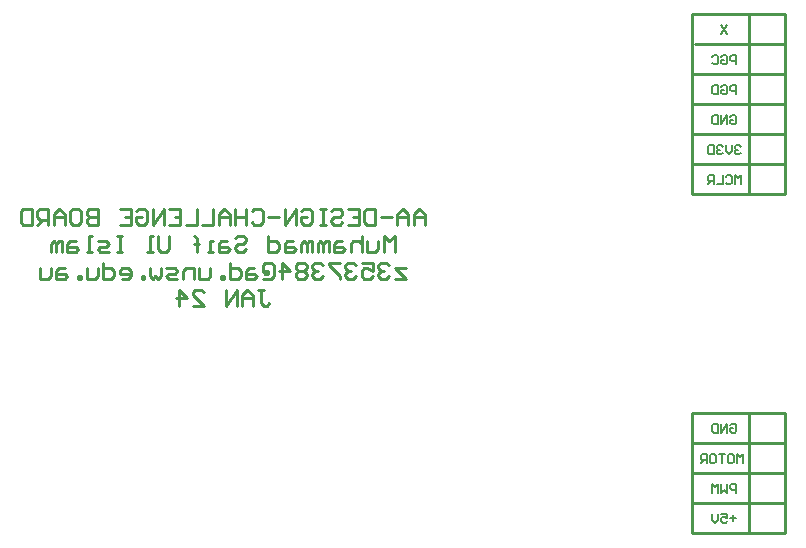
<source format=gbo>
G04*
G04 #@! TF.GenerationSoftware,Altium Limited,Altium Designer,24.1.2 (44)*
G04*
G04 Layer_Color=32896*
%FSLAX44Y44*%
%MOMM*%
G71*
G04*
G04 #@! TF.SameCoordinates,BB806972-894B-4990-B732-A97902CF1386*
G04*
G04*
G04 #@! TF.FilePolarity,Positive*
G04*
G01*
G75*
%ADD14C,0.2540*%
%ADD18C,0.2032*%
D14*
X907516Y231816D02*
X986256D01*
X907500Y206416D02*
X986256D01*
X907500Y181016D02*
X986256D01*
X955776Y130000D02*
Y231816D01*
X907516Y130216D02*
X986256D01*
Y130000D02*
Y231816D01*
X907516Y155616D02*
X986256D01*
X907516Y130000D02*
Y231816D01*
Y417116D02*
Y569516D01*
Y493316D02*
X986256D01*
Y417116D02*
Y569516D01*
X907516Y417116D02*
X986256D01*
X907516Y442516D02*
X986256D01*
X907516Y467916D02*
X986256D01*
X955776Y417500D02*
Y569516D01*
X907500Y518716D02*
X986256D01*
X910056Y544116D02*
X986256D01*
X907516Y569516D02*
X986256D01*
X681077Y390994D02*
Y400305D01*
X676422Y404960D01*
X671767Y400305D01*
Y390994D01*
Y397977D01*
X681077D01*
X667112Y390994D02*
Y400305D01*
X662457Y404960D01*
X657801Y400305D01*
Y390994D01*
Y397977D01*
X667112D01*
X653146D02*
X643836D01*
X639181Y404960D02*
Y390994D01*
X632198D01*
X629870Y393322D01*
Y402632D01*
X632198Y404960D01*
X639181D01*
X615905D02*
X625215D01*
Y390994D01*
X615905D01*
X625215Y397977D02*
X620560D01*
X601939Y402632D02*
X604267Y404960D01*
X608922D01*
X611250Y402632D01*
Y400305D01*
X608922Y397977D01*
X604267D01*
X601939Y395650D01*
Y393322D01*
X604267Y390994D01*
X608922D01*
X611250Y393322D01*
X597284Y404960D02*
X592629D01*
X594957D01*
Y390994D01*
X597284D01*
X592629D01*
X576336Y402632D02*
X578664Y404960D01*
X583319D01*
X585646Y402632D01*
Y393322D01*
X583319Y390994D01*
X578664D01*
X576336Y393322D01*
Y397977D01*
X580991D01*
X571681Y390994D02*
Y404960D01*
X562370Y390994D01*
Y404960D01*
X557715Y397977D02*
X548405D01*
X534440Y402632D02*
X536767Y404960D01*
X541422D01*
X543750Y402632D01*
Y393322D01*
X541422Y390994D01*
X536767D01*
X534440Y393322D01*
X529784Y404960D02*
Y390994D01*
Y397977D01*
X520474D01*
Y404960D01*
Y390994D01*
X515819D02*
Y400305D01*
X511164Y404960D01*
X506509Y400305D01*
Y390994D01*
Y397977D01*
X515819D01*
X501853Y404960D02*
Y390994D01*
X492543D01*
X487888Y404960D02*
Y390994D01*
X478578D01*
X464612Y404960D02*
X473923D01*
Y390994D01*
X464612D01*
X473923Y397977D02*
X469267D01*
X459957Y390994D02*
Y404960D01*
X450647Y390994D01*
Y404960D01*
X436681Y402632D02*
X439009Y404960D01*
X443664D01*
X445992Y402632D01*
Y393322D01*
X443664Y390994D01*
X439009D01*
X436681Y393322D01*
Y397977D01*
X441336D01*
X422716Y404960D02*
X432026D01*
Y390994D01*
X422716D01*
X432026Y397977D02*
X427371D01*
X404095Y404960D02*
Y390994D01*
X397112D01*
X394785Y393322D01*
Y395650D01*
X397112Y397977D01*
X404095D01*
X397112D01*
X394785Y400305D01*
Y402632D01*
X397112Y404960D01*
X404095D01*
X383147D02*
X387802D01*
X390130Y402632D01*
Y393322D01*
X387802Y390994D01*
X383147D01*
X380819Y393322D01*
Y402632D01*
X383147Y404960D01*
X376164Y390994D02*
Y400305D01*
X371509Y404960D01*
X366854Y400305D01*
Y390994D01*
Y397977D01*
X376164D01*
X362199Y390994D02*
Y404960D01*
X355216D01*
X352888Y402632D01*
Y397977D01*
X355216Y395650D01*
X362199D01*
X357543D02*
X352888Y390994D01*
X348233Y404960D02*
Y390994D01*
X341250D01*
X338923Y393322D01*
Y402632D01*
X341250Y404960D01*
X348233D01*
X655474Y368140D02*
Y382105D01*
X650819Y377450D01*
X646163Y382105D01*
Y368140D01*
X641508Y377450D02*
Y370467D01*
X639181Y368140D01*
X632198D01*
Y377450D01*
X627543Y382105D02*
Y368140D01*
Y375123D01*
X625215Y377450D01*
X620560D01*
X618232Y375123D01*
Y368140D01*
X611250Y377450D02*
X606595D01*
X604267Y375123D01*
Y368140D01*
X611250D01*
X613577Y370467D01*
X611250Y372795D01*
X604267D01*
X599612Y368140D02*
Y377450D01*
X597284D01*
X594957Y375123D01*
Y368140D01*
Y375123D01*
X592629Y377450D01*
X590302Y375123D01*
Y368140D01*
X585646D02*
Y377450D01*
X583319D01*
X580991Y375123D01*
Y368140D01*
Y375123D01*
X578664Y377450D01*
X576336Y375123D01*
Y368140D01*
X569353Y377450D02*
X564698D01*
X562370Y375123D01*
Y368140D01*
X569353D01*
X571681Y370467D01*
X569353Y372795D01*
X562370D01*
X548405Y382105D02*
Y368140D01*
X555388D01*
X557715Y370467D01*
Y375123D01*
X555388Y377450D01*
X548405D01*
X520474Y379778D02*
X522802Y382105D01*
X527457D01*
X529784Y379778D01*
Y377450D01*
X527457Y375123D01*
X522802D01*
X520474Y372795D01*
Y370467D01*
X522802Y368140D01*
X527457D01*
X529784Y370467D01*
X513491Y377450D02*
X508836D01*
X506509Y375123D01*
Y368140D01*
X513491D01*
X515819Y370467D01*
X513491Y372795D01*
X506509D01*
X501853Y368140D02*
X497198D01*
X499526D01*
Y377450D01*
X501853D01*
X487888Y368140D02*
Y379778D01*
Y375123D01*
X490216D01*
X485560D01*
X487888D01*
Y379778D01*
X485560Y382105D01*
X464612D02*
Y370467D01*
X462285Y368140D01*
X457629D01*
X455302Y370467D01*
Y382105D01*
X450647Y368140D02*
X445992D01*
X448319D01*
Y382105D01*
X450647D01*
X425043D02*
X420388D01*
X422716D01*
Y368140D01*
X425043D01*
X420388D01*
X413405D02*
X406423D01*
X404095Y370467D01*
X406423Y372795D01*
X411078D01*
X413405Y375123D01*
X411078Y377450D01*
X404095D01*
X399440Y368140D02*
X394785D01*
X397112D01*
Y382105D01*
X399440D01*
X385475Y377450D02*
X380819D01*
X378492Y375123D01*
Y368140D01*
X385475D01*
X387802Y370467D01*
X385475Y372795D01*
X378492D01*
X373837Y368140D02*
Y377450D01*
X371509D01*
X369181Y375123D01*
Y368140D01*
Y375123D01*
X366854Y377450D01*
X364526Y375123D01*
Y368140D01*
X664784Y354596D02*
X655474D01*
X664784Y345285D01*
X655474D01*
X650819Y356923D02*
X648491Y359251D01*
X643836D01*
X641508Y356923D01*
Y354596D01*
X643836Y352268D01*
X646163D01*
X643836D01*
X641508Y349940D01*
Y347613D01*
X643836Y345285D01*
X648491D01*
X650819Y347613D01*
X627543Y359251D02*
X636853D01*
Y352268D01*
X632198Y354596D01*
X629870D01*
X627543Y352268D01*
Y347613D01*
X629870Y345285D01*
X634525D01*
X636853Y347613D01*
X622888Y356923D02*
X620560Y359251D01*
X615905D01*
X613577Y356923D01*
Y354596D01*
X615905Y352268D01*
X618232D01*
X615905D01*
X613577Y349940D01*
Y347613D01*
X615905Y345285D01*
X620560D01*
X622888Y347613D01*
X608922Y359251D02*
X599612D01*
Y356923D01*
X608922Y347613D01*
Y345285D01*
X594957Y356923D02*
X592629Y359251D01*
X587974D01*
X585646Y356923D01*
Y354596D01*
X587974Y352268D01*
X590302D01*
X587974D01*
X585646Y349940D01*
Y347613D01*
X587974Y345285D01*
X592629D01*
X594957Y347613D01*
X580991Y356923D02*
X578664Y359251D01*
X574008D01*
X571681Y356923D01*
Y354596D01*
X574008Y352268D01*
X571681Y349940D01*
Y347613D01*
X574008Y345285D01*
X578664D01*
X580991Y347613D01*
Y349940D01*
X578664Y352268D01*
X580991Y354596D01*
Y356923D01*
X578664Y352268D02*
X574008D01*
X560043Y345285D02*
Y359251D01*
X567026Y352268D01*
X557715D01*
X546077Y349940D02*
Y352268D01*
X548405D01*
Y349940D01*
X546077D01*
X543750Y352268D01*
Y356923D01*
X546077Y359251D01*
X550733D01*
X553060Y356923D01*
Y347613D01*
X550733Y345285D01*
X543750D01*
X536767Y354596D02*
X532112D01*
X529784Y352268D01*
Y345285D01*
X536767D01*
X539095Y347613D01*
X536767Y349940D01*
X529784D01*
X515819Y359251D02*
Y345285D01*
X522802D01*
X525129Y347613D01*
Y352268D01*
X522802Y354596D01*
X515819D01*
X511164Y345285D02*
Y347613D01*
X508836D01*
Y345285D01*
X511164D01*
X499526Y354596D02*
Y347613D01*
X497198Y345285D01*
X490216D01*
Y354596D01*
X485560Y345285D02*
Y354596D01*
X478578D01*
X476250Y352268D01*
Y345285D01*
X471595D02*
X464612D01*
X462285Y347613D01*
X464612Y349940D01*
X469267D01*
X471595Y352268D01*
X469267Y354596D01*
X462285D01*
X457629D02*
Y347613D01*
X455302Y345285D01*
X452974Y347613D01*
X450647Y345285D01*
X448319Y347613D01*
Y354596D01*
X443664Y345285D02*
Y347613D01*
X441336D01*
Y345285D01*
X443664D01*
X425043D02*
X429698D01*
X432026Y347613D01*
Y352268D01*
X429698Y354596D01*
X425043D01*
X422716Y352268D01*
Y349940D01*
X432026D01*
X408750Y359251D02*
Y345285D01*
X415733D01*
X418061Y347613D01*
Y352268D01*
X415733Y354596D01*
X408750D01*
X404095D02*
Y347613D01*
X401768Y345285D01*
X394785D01*
Y354596D01*
X390130Y345285D02*
Y347613D01*
X387802D01*
Y345285D01*
X390130D01*
X376164Y354596D02*
X371509D01*
X369181Y352268D01*
Y345285D01*
X376164D01*
X378492Y347613D01*
X376164Y349940D01*
X369181D01*
X364526Y354596D02*
Y347613D01*
X362199Y345285D01*
X355216D01*
Y354596D01*
X540258Y336396D02*
X544914D01*
X542586D01*
Y324758D01*
X544914Y322431D01*
X547241D01*
X549569Y324758D01*
X535603Y322431D02*
Y331741D01*
X530948Y336396D01*
X526293Y331741D01*
Y322431D01*
Y329414D01*
X535603D01*
X521638Y322431D02*
Y336396D01*
X512328Y322431D01*
Y336396D01*
X484397Y322431D02*
X493707D01*
X484397Y331741D01*
Y334069D01*
X486724Y336396D01*
X491379D01*
X493707Y334069D01*
X472759Y322431D02*
Y336396D01*
X479742Y329414D01*
X470431D01*
D18*
X939518Y221400D02*
X940788Y222670D01*
X943327D01*
X944597Y221400D01*
Y216322D01*
X943327Y215052D01*
X940788D01*
X939518Y216322D01*
Y218861D01*
X942057D01*
X936979Y215052D02*
Y222670D01*
X931901Y215052D01*
Y222670D01*
X929362D02*
Y215052D01*
X925553D01*
X924283Y216322D01*
Y221400D01*
X925553Y222670D01*
X929362D01*
X950274Y189532D02*
Y197150D01*
X947735Y194610D01*
X945196Y197150D01*
Y189532D01*
X938848Y197150D02*
X941387D01*
X942657Y195880D01*
Y190802D01*
X941387Y189532D01*
X938848D01*
X937578Y190802D01*
Y195880D01*
X938848Y197150D01*
X935039D02*
X929961D01*
X932500D01*
Y189532D01*
X923613Y197150D02*
X926152D01*
X927422Y195880D01*
Y190802D01*
X926152Y189532D01*
X923613D01*
X922343Y190802D01*
Y195880D01*
X923613Y197150D01*
X919804Y189532D02*
Y197150D01*
X915995D01*
X914726Y195880D01*
Y193341D01*
X915995Y192071D01*
X919804D01*
X917265D02*
X914726Y189532D01*
X944597Y164252D02*
Y171870D01*
X940788D01*
X939518Y170600D01*
Y168061D01*
X940788Y166791D01*
X944597D01*
X936979Y171870D02*
Y164252D01*
X934440Y166791D01*
X931901Y164252D01*
Y171870D01*
X929362Y164252D02*
Y171870D01*
X926822Y169330D01*
X924283Y171870D01*
Y164252D01*
X944597Y142661D02*
X939518D01*
X942057Y145200D02*
Y140122D01*
X931901Y146469D02*
X936979D01*
Y142661D01*
X934440Y143930D01*
X933170D01*
X931901Y142661D01*
Y140122D01*
X933170Y138852D01*
X935710D01*
X936979Y140122D01*
X929362Y146469D02*
Y141391D01*
X926822Y138852D01*
X924283Y141391D01*
Y146469D01*
X948406Y425752D02*
Y433369D01*
X945866Y430830D01*
X943327Y433369D01*
Y425752D01*
X935710Y432100D02*
X936979Y433369D01*
X939518D01*
X940788Y432100D01*
Y427022D01*
X939518Y425752D01*
X936979D01*
X935710Y427022D01*
X933170Y433369D02*
Y425752D01*
X928092D01*
X925553D02*
Y433369D01*
X921744D01*
X920474Y432100D01*
Y429561D01*
X921744Y428291D01*
X925553D01*
X923014D02*
X920474Y425752D01*
X948406Y457500D02*
X947136Y458769D01*
X944597D01*
X943327Y457500D01*
Y456230D01*
X944597Y454961D01*
X945866D01*
X944597D01*
X943327Y453691D01*
Y452422D01*
X944597Y451152D01*
X947136D01*
X948406Y452422D01*
X940788Y458769D02*
Y453691D01*
X938249Y451152D01*
X935710Y453691D01*
Y458769D01*
X933170Y457500D02*
X931901Y458769D01*
X929362D01*
X928092Y457500D01*
Y456230D01*
X929362Y454961D01*
X930631D01*
X929362D01*
X928092Y453691D01*
Y452422D01*
X929362Y451152D01*
X931901D01*
X933170Y452422D01*
X925553Y458769D02*
Y451152D01*
X921744D01*
X920474Y452422D01*
Y457500D01*
X921744Y458769D01*
X925553D01*
X939518Y482900D02*
X940788Y484170D01*
X943327D01*
X944597Y482900D01*
Y477822D01*
X943327Y476552D01*
X940788D01*
X939518Y477822D01*
Y480361D01*
X942057D01*
X936979Y476552D02*
Y484170D01*
X931901Y476552D01*
Y484170D01*
X929362D02*
Y476552D01*
X925553D01*
X924283Y477822D01*
Y482900D01*
X925553Y484170D01*
X929362D01*
X944597Y501952D02*
Y509570D01*
X940788D01*
X939518Y508300D01*
Y505761D01*
X940788Y504491D01*
X944597D01*
X931901Y508300D02*
X933170Y509570D01*
X935710D01*
X936979Y508300D01*
Y503222D01*
X935710Y501952D01*
X933170D01*
X931901Y503222D01*
Y505761D01*
X934440D01*
X929362Y509570D02*
Y501952D01*
X925553D01*
X924283Y503222D01*
Y508300D01*
X925553Y509570D01*
X929362D01*
X944597Y527352D02*
Y534969D01*
X940788D01*
X939518Y533700D01*
Y531161D01*
X940788Y529891D01*
X944597D01*
X931901Y533700D02*
X933170Y534969D01*
X935710D01*
X936979Y533700D01*
Y528622D01*
X935710Y527352D01*
X933170D01*
X931901Y528622D01*
Y531161D01*
X934440D01*
X924283Y533700D02*
X925553Y534969D01*
X928092D01*
X929362Y533700D01*
Y528622D01*
X928092Y527352D01*
X925553D01*
X924283Y528622D01*
X936979Y560369D02*
X931901Y552752D01*
Y560369D02*
X936979Y552752D01*
M02*

</source>
